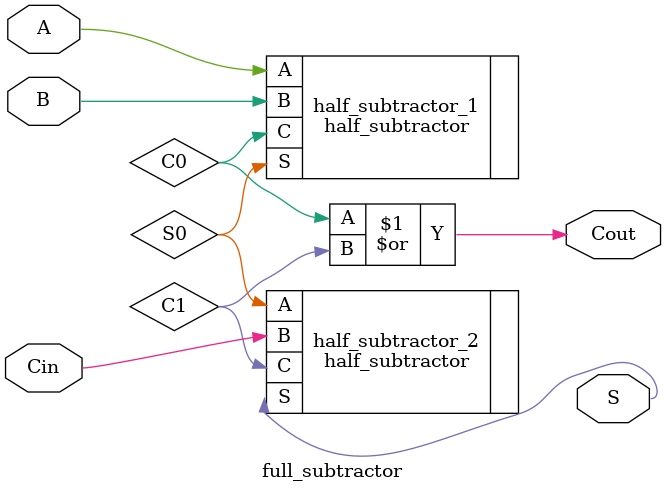
<source format=sv>
module full_subtractor (
    input logic A,
    input logic B,
    input logic Cin,

    output logic S,
    output logic Cout
);
  logic S0, C0, C1;
  half_subtractor half_subtractor_1 (
      .A(A),
      .B(B),
      .S(S0),
      .C(C0)
  );

  half_subtractor half_subtractor_2 (
      .A(S0),
      .B(Cin),
      .S(S),
      .C(C1)
  );

  assign Cout = C0 | C1;
endmodule

</source>
